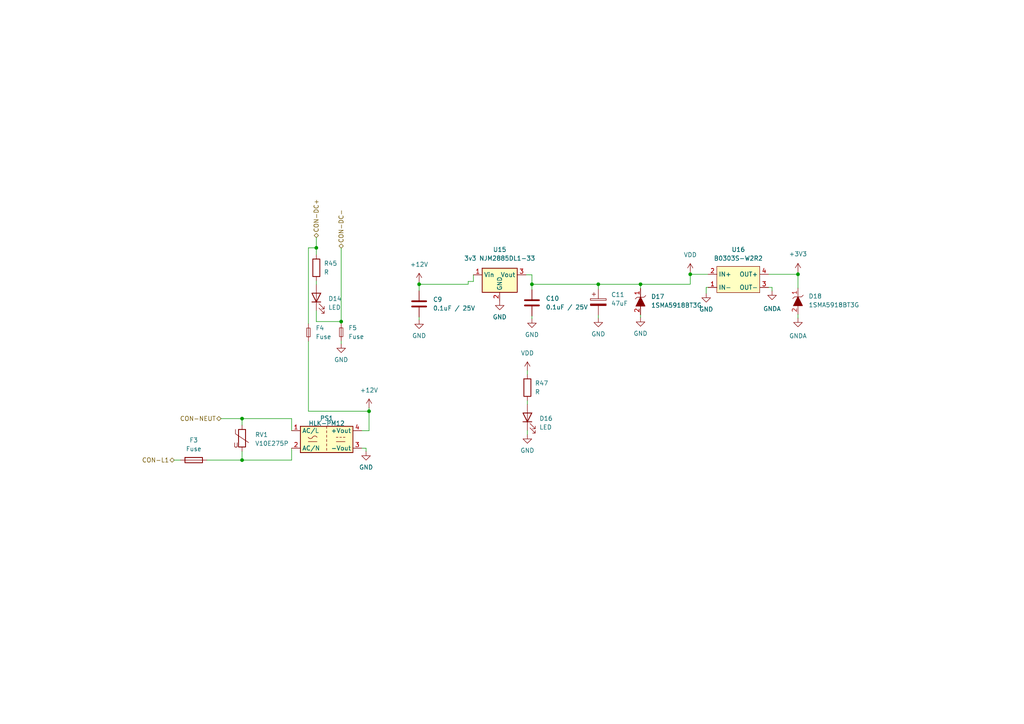
<source format=kicad_sch>
(kicad_sch (version 20230121) (generator eeschema)
  (paper "A4")
  (lib_symbols
    (symbol "Converter_ACDC:HLK-PM12"
      (property "Reference" "PS" (at 0 5.08 0))
      (property "Value" "HLK-PM12" (at 0 -5.08 0))
      (symbol "HLK-PM12_0_1"
        (rectangle (start -7.62 3.81) (end 7.62 -3.81) (stroke (width 0.254)) (fill (type background)))
        (arc (start -5.334 0.635) (mid -4.699 0.2495) (end -4.064 0.635))
        (arc (start -2.794 0.635) (mid -3.429 1.0072) (end -4.064 0.635))
        (polyline (pts (xy -5.334 -0.635) (xy -2.794 -0.635)))
        (polyline (pts (xy 0 -2.54) (xy 0 -3.175)))
        (polyline (pts (xy 0 -1.27) (xy 0 -1.905)))
        (polyline (pts (xy 0 0) (xy 0 -0.635)))
        (polyline (pts (xy 0 1.27) (xy 0 0.635)))
        (polyline (pts (xy 0 2.54) (xy 0 1.905)))
        (polyline (pts (xy 0 3.81) (xy 0 3.175)))
        (polyline (pts (xy 2.794 -0.635) (xy 5.334 -0.635)))
        (polyline (pts (xy 2.794 0.635) (xy 3.302 0.635)))
        (polyline (pts (xy 3.81 0.635) (xy 4.318 0.635)))
        (polyline (pts (xy 4.826 0.635) (xy 5.334 0.635)))
      )
      (symbol "HLK-PM12_1_1"
        (pin power_in line (at -10.16 2.54 0) (length 2.54) (name "AC/L") (number "1"))
        (pin power_in line (at -10.16 -2.54 0) (length 2.54) (name "AC/N") (number "2"))
        (pin power_out line (at 10.16 -2.54 180) (length 2.54) (name "-Vout") (number "3"))
        (pin power_out line (at 10.16 2.54 180) (length 2.54) (name "+Vout") (number "4"))
      )
    )
    (symbol "Device:C" (pin_numbers hide) (pin_names (offset 0.254))
      (property "Reference" "C" (at 0.635 2.54 0))
      (property "Value" "C" (at 0.635 -2.54 0))
      (symbol "C_0_1"
        (polyline (pts (xy -2.032 -0.762) (xy 2.032 -0.762)) (stroke (width 0.508)))
        (polyline (pts (xy -2.032 0.762) (xy 2.032 0.762)) (stroke (width 0.508)))
      )
      (symbol "C_1_1"
        (pin passive line (at 0 3.81 270) (length 2.794) (name "~") (number "1"))
        (pin passive line (at 0 -3.81 90) (length 2.794) (name "~") (number "2"))
      )
    )
    (symbol "Device:C_Polarized" (pin_numbers hide) (pin_names (offset 0.254))
      (property "Reference" "C" (at 0.635 2.54 0))
      (property "Value" "C_Polarized" (at 0.635 -2.54 0))
      (symbol "C_Polarized_0_1"
        (rectangle (start -2.286 0.508) (end 2.286 1.016))
        (polyline (pts (xy -1.778 2.286) (xy -0.762 2.286)))
        (polyline (pts (xy -1.27 2.794) (xy -1.27 1.778)))
        (rectangle (start 2.286 -0.508) (end -2.286 -1.016) (fill (type outline)))
      )
      (symbol "C_Polarized_1_1"
        (pin passive line (at 0 3.81 270) (length 2.794) (name "~") (number "1"))
        (pin passive line (at 0 -3.81 90) (length 2.794) (name "~") (number "2"))
      )
    )
    (symbol "Device:Fuse" (pin_numbers hide) (pin_names (offset 0))
      (property "Reference" "F" (at 2.032 0 90))
      (property "Value" "Fuse" (at -1.905 0 90))
      (symbol "Fuse_0_1"
        (rectangle (start -0.762 -2.54) (end 0.762 2.54) (stroke (width 0.254)))
        (polyline (pts (xy 0 2.54) (xy 0 -2.54)))
      )
      (symbol "Fuse_1_1"
        (pin passive line (at 0 3.81 270) (length 1.27) (name "~") (number "1"))
        (pin passive line (at 0 -3.81 90) (length 1.27) (name "~") (number "2"))
      )
    )
    (symbol "Device:Fuse_Small" (pin_numbers hide) (pin_names (offset 0.254) hide)
      (property "Reference" "F" (at 0 -1.524 0))
      (property "Value" "Fuse_Small" (at 0 1.524 0))
      (symbol "Fuse_Small_0_1"
        (rectangle (start -1.27 0.508) (end 1.27 -0.508))
        (polyline (pts (xy -1.27 0) (xy 1.27 0)))
      )
      (symbol "Fuse_Small_1_1"
        (pin passive line (at -2.54 0 0) (length 1.27) (name "~") (number "1"))
        (pin passive line (at 2.54 0 180) (length 1.27) (name "~") (number "2"))
      )
    )
    (symbol "Device:LED" (pin_numbers hide) (pin_names (offset 1.016) hide)
      (property "Reference" "D" (at 0 2.54 0))
      (property "Value" "LED" (at 0 -2.54 0))
      (symbol "LED_0_1"
        (polyline (pts (xy -1.27 -1.27) (xy -1.27 1.27)) (stroke (width 0.254)))
        (polyline (pts (xy -1.27 0) (xy 1.27 0)))
        (polyline (pts (xy 1.27 -1.27) (xy 1.27 1.27) (xy -1.27 0) (xy 1.27 -1.27)) (stroke (width 0.254)))
        (polyline (pts (xy -3.048 -0.762) (xy -4.572 -2.286) (xy -3.81 -2.286) (xy -4.572 -2.286) (xy -4.572 -1.524)))
        (polyline (pts (xy -1.778 -0.762) (xy -3.302 -2.286) (xy -2.54 -2.286) (xy -3.302 -2.286) (xy -3.302 -1.524)))
      )
      (symbol "LED_1_1"
        (pin passive line (at -3.81 0 0) (length 2.54) (name "K") (number "1"))
        (pin passive line (at 3.81 0 180) (length 2.54) (name "A") (number "2"))
      )
    )
    (symbol "Device:R" (pin_numbers hide) (pin_names (offset 0))
      (property "Reference" "R" (at 2.032 0 90))
      (property "Value" "R" (at 0 0 90))
      (symbol "R_0_1"
        (rectangle (start -1.016 -2.54) (end 1.016 2.54) (stroke (width 0.254)))
      )
      (symbol "R_1_1"
        (pin passive line (at 0 3.81 270) (length 1.27) (name "~") (number "1"))
        (pin passive line (at 0 -3.81 90) (length 1.27) (name "~") (number "2"))
      )
    )
    (symbol "Device:Varistor" (pin_numbers hide) (pin_names (offset 0))
      (property "Reference" "RV" (at 3.175 0 90))
      (property "Value" "Varistor" (at -3.175 0 90))
      (symbol "Varistor_0_0"
        (text "U" (at -1.778 -2.032 0) (effects (font (size 1.27 1.27))))
      )
      (symbol "Varistor_0_1"
        (rectangle (start -1.016 -2.54) (end 1.016 2.54) (stroke (width 0.254)))
        (polyline (pts (xy -1.905 2.54) (xy -1.905 1.27) (xy 1.905 -1.27)))
      )
      (symbol "Varistor_1_1"
        (pin passive line (at 0 3.81 270) (length 1.27) (name "~") (number "1"))
        (pin passive line (at 0 -3.81 90) (length 1.27) (name "~") (number "2"))
      )
    )
    (symbol "nuevos simvolos:1SMA5918BT3G"
      (property "Reference" "D" (at 0 -2.54 0))
      (property "Value" "1SMA5918BT3G" (at 0 -4.064 0))
      (symbol "1SMA5918BT3G_0_1"
        (polyline (pts (xy -0.762 -1.524) (xy -1.27 -1.016) (xy -1.27 1.016) (xy -1.778 1.524)))
        (polyline (pts (xy 1.27 -1.27) (xy 1.27 1.27) (xy -1.27 0) (xy 1.27 -1.27)) (stroke (width 0.254)) (fill (type outline)))
      )
      (symbol "1SMA5918BT3G_1_1"
        (pin passive line (at -3.81 0 0) (length 2.54) (name "") (number "1"))
        (pin passive line (at 3.81 0 180) (length 2.54) (name "") (number "2"))
      )
    )
    (symbol "nuevos simvolos:3v3 NJM2885DL1-33"
      (property "Reference" "U" (at 0 6.096 0))
      (property "Value" "3v3 NJM2885DL1-33" (at 0 4.572 0))
      (symbol "3v3 NJM2885DL1-33_0_1"
        (rectangle (start -5.08 3.683) (end 5.08 -3.302) (stroke (width 0.254)) (fill (type background)))
      )
      (symbol "3v3 NJM2885DL1-33_1_1"
        (pin power_in line (at -7.62 1.778 0) (length 2.54) (name "Vin") (number "1"))
        (pin power_out line (at 0 -5.842 90) (length 2.54) (name "GND") (number "2"))
        (pin power_out line (at 7.62 1.778 180) (length 2.54) (name "Vout") (number "3"))
      )
    )
    (symbol "nuevos simvolos:B0505S-W2R2"
      (property "Reference" "U" (at 0 6.604 0))
      (property "Value" "B0505S-W2R2" (at 0 4.9784 0))
      (symbol "B0505S-W2R2_0_1"
        (rectangle (start -6.35 4.064) (end 6.096 -3.556) (fill (type background)))
      )
      (symbol "B0505S-W2R2_1_1"
        (pin output line (at -8.89 -2.032 0) (length 2.54) (name "IN-") (number "1"))
        (pin input line (at -8.89 1.778 0) (length 2.54) (name "IN+") (number "2"))
        (pin output line (at 8.636 -2.032 180) (length 2.54) (name "OUT-") (number "3"))
        (pin output line (at 8.636 1.778 180) (length 2.54) (name "OUT+") (number "4"))
      )
    )
    (symbol "power:+12V" (power) (pin_names (offset 0))
      (property "Value" "+12V" (at 0 3.556 0))
      (symbol "+12V_0_1"
        (polyline (pts (xy -0.762 1.27) (xy 0 2.54)))
        (polyline (pts (xy 0 0) (xy 0 2.54)))
        (polyline (pts (xy 0 2.54) (xy 0.762 1.27)))
      )
      (symbol "+12V_1_1"
        (pin power_in line (at 0 0 90) (length 0) hide (name "+12V") (number "1"))
      )
    )
    (symbol "power:+3V3" (power) (pin_names (offset 0))
      (property "Value" "+3V3" (at 0 3.556 0))
      (symbol "+3V3_0_1"
        (polyline (pts (xy -0.762 1.27) (xy 0 2.54)))
        (polyline (pts (xy 0 0) (xy 0 2.54)))
        (polyline (pts (xy 0 2.54) (xy 0.762 1.27)))
      )
      (symbol "+3V3_1_1"
        (pin power_in line (at 0 0 90) (length 0) hide (name "+3V3") (number "1"))
      )
    )
    (symbol "power:GND" (power) (pin_names (offset 0))
      (property "Value" "GND" (at 0 -3.81 0))
      (symbol "GND_0_1"
        (polyline (pts (xy 0 0) (xy 0 -1.27) (xy 1.27 -1.27) (xy 0 -2.54) (xy -1.27 -1.27) (xy 0 -1.27)))
      )
      (symbol "GND_1_1"
        (pin power_in line (at 0 0 270) (length 0) hide (name "GND") (number "1"))
      )
    )
    (symbol "power:GNDA" (power) (pin_names (offset 0))
      (property "Value" "GNDA" (at 0 -3.81 0))
      (symbol "GNDA_0_1"
        (polyline (pts (xy 0 0) (xy 0 -1.27) (xy 1.27 -1.27) (xy 0 -2.54) (xy -1.27 -1.27) (xy 0 -1.27)))
      )
      (symbol "GNDA_1_1"
        (pin power_in line (at 0 0 270) (length 0) hide (name "GNDA") (number "1"))
      )
    )
    (symbol "power:VDD" (power) (pin_names (offset 0))
      (property "Value" "VDD" (at 0 3.81 0))
      (symbol "VDD_0_1"
        (polyline (pts (xy -0.762 1.27) (xy 0 2.54)))
        (polyline (pts (xy 0 0) (xy 0 2.54)))
        (polyline (pts (xy 0 2.54) (xy 0.762 1.27)))
      )
      (symbol "VDD_1_1"
        (pin power_in line (at 0 0 90) (length 0) hide (name "VDD") (number "1"))
      )
    )
  )
  (junction (at 121.5644 82.4484))
  (junction (at 154.2796 82.4484))
  (junction (at 185.7756 82.4484))
  (junction (at 70.2056 121.412))
  (junction (at 70.2056 133.4516))
  (junction (at 107.0356 119.2784))
  (junction (at 231.4448 79.5528))
  (junction (at 91.7448 71.882))
  (junction (at 200.2028 79.5528))
  (junction (at 98.9584 93.2688))
  (junction (at 173.5328 82.4484))
  (wire (pts (xy 135.7884 81.6356) (xy 135.7884 82.4484)))
  (wire (pts (xy 154.2796 82.4484) (xy 173.5328 82.4484)))
  (wire (pts (xy 200.2028 82.4484) (xy 200.2028 79.5528)))
  (wire (pts (xy 231.4448 78.9432) (xy 231.4448 79.5528)))
  (wire (pts (xy 70.2056 121.412) (xy 84.582 121.412)))
  (wire (pts (xy 89.4588 98.9584) (xy 89.4588 119.2784)))
  (wire (pts (xy 185.7756 82.4484) (xy 185.7756 83.6676)))
  (wire (pts (xy 70.2056 123.2916) (xy 70.2056 121.412)))
  (wire (pts (xy 222.9104 83.3628) (xy 223.9264 83.3628)))
  (wire (pts (xy 173.5328 91.44) (xy 173.5328 92.2528)))
  (wire (pts (xy 154.2796 79.7052) (xy 154.2796 82.4484)))
  (wire (pts (xy 70.2056 130.9116) (xy 70.2056 133.4516)))
  (wire (pts (xy 84.582 133.4516) (xy 84.582 129.9972)))
  (wire (pts (xy 107.0356 124.9172) (xy 104.902 124.9172)))
  (wire (pts (xy 98.9584 93.2688) (xy 98.9584 93.8276)))
  (wire (pts (xy 173.5328 82.4484) (xy 185.7756 82.4484)))
  (wire (pts (xy 121.5644 91.948) (xy 121.5644 92.7608)))
  (wire (pts (xy 185.7756 82.4484) (xy 200.2028 82.4484)))
  (wire (pts (xy 91.7448 93.2688) (xy 91.7448 90.1192)))
  (wire (pts (xy 50.546 133.4516) (xy 52.3748 133.4516)))
  (wire (pts (xy 104.902 129.9972) (xy 106.172 129.9972)))
  (wire (pts (xy 91.7448 81.4832) (xy 91.7448 82.4992)))
  (wire (pts (xy 84.582 121.412) (xy 84.582 124.9172)))
  (wire (pts (xy 91.7448 68.9356) (xy 91.7448 71.882)))
  (wire (pts (xy 154.2796 91.6432) (xy 154.2796 92.456)))
  (wire (pts (xy 200.2028 79.5528) (xy 205.3844 79.5528)))
  (wire (pts (xy 137.3124 79.7052) (xy 137.3124 81.6356)))
  (wire (pts (xy 107.0356 118.2624) (xy 107.0356 119.2784)))
  (wire (pts (xy 89.4588 71.882) (xy 91.7448 71.882)))
  (wire (pts (xy 152.9588 107.4928) (xy 152.9588 108.6104)))
  (wire (pts (xy 185.7756 91.2876) (xy 185.7756 92.1004)))
  (wire (pts (xy 231.4448 91.186) (xy 231.4448 92.2528)))
  (wire (pts (xy 59.9948 133.4516) (xy 70.2056 133.4516)))
  (wire (pts (xy 137.3124 81.6356) (xy 135.7884 81.6356)))
  (wire (pts (xy 106.172 129.9972) (xy 106.172 130.9116)))
  (wire (pts (xy 152.9588 116.2304) (xy 152.9588 117.2464)))
  (wire (pts (xy 70.2056 133.4516) (xy 84.582 133.4516)))
  (wire (pts (xy 89.4588 119.2784) (xy 107.0356 119.2784)))
  (wire (pts (xy 98.9584 98.9076) (xy 98.9584 99.7204)))
  (wire (pts (xy 223.9264 83.3628) (xy 223.9264 84.3788)))
  (wire (pts (xy 231.4448 79.5528) (xy 231.4448 83.566)))
  (wire (pts (xy 64.1096 121.412) (xy 70.2056 121.412)))
  (wire (pts (xy 152.9588 124.8664) (xy 152.9588 126.0348)))
  (wire (pts (xy 91.7448 71.882) (xy 91.7448 73.8632)))
  (wire (pts (xy 89.4588 93.8784) (xy 89.4588 71.882)))
  (wire (pts (xy 107.0356 119.2784) (xy 107.0356 124.9172)))
  (wire (pts (xy 173.5328 82.4484) (xy 173.5328 83.82)))
  (wire (pts (xy 135.7884 82.4484) (xy 121.5644 82.4484)))
  (wire (pts (xy 98.9584 71.9836) (xy 98.9584 93.2688)))
  (wire (pts (xy 152.5524 79.7052) (xy 154.2796 79.7052)))
  (wire (pts (xy 121.5644 82.4484) (xy 121.5644 84.328)))
  (wire (pts (xy 98.9584 93.2688) (xy 91.7448 93.2688)))
  (wire (pts (xy 204.8256 85.09) (xy 204.8256 83.3628)))
  (wire (pts (xy 121.5644 81.788) (xy 121.5644 82.4484)))
  (wire (pts (xy 222.9104 79.5528) (xy 231.4448 79.5528)))
  (wire (pts (xy 204.8256 83.3628) (xy 205.3844 83.3628)))
  (wire (pts (xy 200.2028 78.994) (xy 200.2028 79.5528)))
  (wire (pts (xy 154.2796 82.4484) (xy 154.2796 84.0232)))
  (hierarchical_label "CON-NEUT" (shape bidirectional) (at 64.1096 121.412 180))
  (hierarchical_label "CON-L1" (shape bidirectional) (at 50.546 133.4516 180))
  (hierarchical_label "CON-DC-" (shape bidirectional) (at 98.9584 71.9836 90))
  (hierarchical_label "CON-DC+" (shape bidirectional) (at 91.7448 68.9356 90))
  (symbol (lib_id "Device:Fuse") (at 56.1848 133.4516 270) (unit 1)
    (property "Reference" "F3" (at 56.1848 127.6604 90))
    (property "Value" "Fuse" (at 56.1848 130.2004 90))
    (property "Footprint" "Fuse:Fuseholder_Cylinder-5x20mm_Schurter_0031_8201_Horizontal_Open" (effects hide))
  )
  (symbol (lib_id "nuevos simvolos:1SMA5918BT3G") (at 185.7756 87.4776 270) (unit 1)
    (property "Reference" "D17" (at 188.8236 86.017 90) (effects (justify left)))
    (property "Value" "1SMA5918BT3G" (at 188.8236 88.557 90) (effects (justify left)))
    (property "Footprint" "Diode_SMD:D_SMB" (effects hide))
    (property "Datasheet" "https://www.mouser.com/datasheet/2/308/1SMA5913BT3_D-2309368.pdf" (effects hide))
  )
  (symbol (lib_id "power:+12V") (at 107.0356 118.2624 0) (unit 1)
    (property "Reference" "#PWR0171" (effects hide))
    (property "Value" "+12V" (at 107.0356 113.1824 0))
  )
  (symbol (lib_id "power:GND") (at 204.8256 85.09 0) (unit 1)
    (property "Reference" "#PWR0163" (effects hide))
    (property "Value" "GND" (at 204.8256 89.7128 0))
  )
  (symbol (lib_id "Device:R") (at 152.9588 112.4204 0) (unit 1)
    (property "Reference" "R47" (at 155.1432 111.1503 0) (effects (justify left)))
    (property "Value" "R" (at 155.1432 113.6903 0) (effects (justify left)))
    (property "Footprint" "Resistor_SMD:R_0805_2012Metric" (effects hide))
  )
  (symbol (lib_id "power:GND") (at 152.9588 126.0348 0) (unit 1)
    (property "Reference" "#PWR0155" (effects hide))
    (property "Value" "GND" (at 152.9588 130.6576 0))
  )
  (symbol (lib_id "Device:LED") (at 152.9588 121.0564 90) (unit 1)
    (property "Reference" "D16" (at 156.4132 121.3738 90) (effects (justify right)))
    (property "Value" "LED" (at 156.4132 123.9138 90) (effects (justify right)))
    (property "Footprint" "LED_SMD:LED_0805_2012Metric" (effects hide))
  )
  (symbol (lib_id "power:VDD") (at 200.2028 78.994 0) (unit 1)
    (property "Reference" "#PWR0133" (effects hide))
    (property "Value" "VDD" (at 200.2028 73.914 0))
  )
  (symbol (lib_id "Converter_ACDC:HLK-PM12") (at 94.742 127.4572 0) (unit 1)
    (property "Reference" "PS1" (at 94.742 121.3104 0))
    (property "Value" "HLK-PM12" (at 94.742 122.7836 0))
    (property "Footprint" "Converter_ACDC:Converter_ACDC_HiLink_HLK-PMxx" (effects hide))
    (property "Datasheet" "http://www.hlktech.net/product_detail.php?ProId=56" (effects hide))
  )
  (symbol (lib_id "Device:R") (at 91.7448 77.6732 0) (unit 1)
    (property "Reference" "R45" (at 93.9292 76.4031 0) (effects (justify left)))
    (property "Value" "R" (at 93.9292 78.9431 0) (effects (justify left)))
    (property "Footprint" "Resistor_SMD:R_0805_2012Metric" (effects hide))
  )
  (symbol (lib_id "power:VDD") (at 152.9588 107.4928 0) (unit 1)
    (property "Reference" "#PWR0103" (effects hide))
    (property "Value" "VDD" (at 152.9588 102.4128 0))
  )
  (symbol (lib_id "Device:Varistor") (at 70.2056 127.1016 0) (unit 1)
    (property "Reference" "RV1" (at 73.9648 126.0847 0) (effects (justify left)))
    (property "Value" "V10E275P" (at 73.9648 128.6247 0) (effects (justify left)))
    (property "Footprint" "varistor:VAR_B72210S1140K501" (effects hide))
  )
  (symbol (lib_id "nuevos simvolos:1SMA5918BT3G") (at 231.4448 87.376 270) (unit 1)
    (property "Reference" "D18" (at 234.4928 85.9154 90) (effects (justify left)))
    (property "Value" "1SMA5918BT3G" (at 234.4928 88.4554 90) (effects (justify left)))
    (property "Footprint" "Diode_SMD:D_SMB" (effects hide))
    (property "Datasheet" "https://www.mouser.com/datasheet/2/308/1SMA5913BT3_D-2309368.pdf" (effects hide))
  )
  (symbol (lib_id "power:GND") (at 185.7756 92.1004 0) (unit 1)
    (property "Reference" "#PWR0165" (effects hide))
    (property "Value" "GND" (at 185.7756 96.7232 0))
  )
  (symbol (lib_id "power:GND") (at 154.2796 92.456 0) (unit 1)
    (property "Reference" "#PWR0154" (effects hide))
    (property "Value" "GND" (at 154.2796 97.0788 0))
  )
  (symbol (lib_id "power:GNDA") (at 223.9264 84.3788 0) (unit 1)
    (property "Reference" "#PWR0169" (effects hide))
    (property "Value" "GNDA" (at 223.9264 89.5604 0))
  )
  (symbol (lib_id "power:GND") (at 144.9324 87.3252 0) (unit 1)
    (property "Reference" "#PWR0153" (effects hide))
    (property "Value" "GND" (at 144.9324 91.948 0))
  )
  (symbol (lib_id "Device:LED") (at 91.7448 86.3092 90) (unit 1)
    (property "Reference" "D14" (at 95.1992 86.6266 90) (effects (justify right)))
    (property "Value" "LED" (at 95.1992 89.1666 90) (effects (justify right)))
    (property "Footprint" "LED_SMD:LED_0805_2012Metric" (effects hide))
  )
  (symbol (lib_id "Device:C") (at 154.2796 87.8332 0) (unit 1)
    (property "Reference" "C10" (at 158.2928 86.5631 0) (effects (justify left)))
    (property "Value" "0.1uF / 25V" (at 158.2928 89.1031 0) (effects (justify left)))
    (property "Footprint" "Capacitor_SMD:C_0805_2012Metric" (effects hide))
  )
  (symbol (lib_id "power:GND") (at 106.172 130.9116 0) (unit 1)
    (property "Reference" "#PWR0170" (effects hide))
    (property "Value" "GND" (at 106.172 135.5344 0))
  )
  (symbol (lib_id "nuevos simvolos:3v3 NJM2885DL1-33") (at 144.9324 81.4832 0) (unit 1)
    (property "Reference" "U15" (at 144.9324 72.39 0))
    (property "Value" "3v3 NJM2885DL1-33" (at 144.9324 74.93 0))
    (property "Footprint" "Package_TO_SOT_SMD:TO-252-2" (effects hide))
    (property "Datasheet" "https://www.snapeda.com/parts/NJM2885DL1-33-TE1/NJR/datasheet/" (effects hide))
  )
  (symbol (lib_id "power:+12V") (at 121.5644 81.788 0) (unit 1)
    (property "Reference" "#PWR0157" (effects hide))
    (property "Value" "+12V" (at 121.5644 76.708 0))
  )
  (symbol (lib_id "power:GNDA") (at 231.4448 92.2528 0) (unit 1)
    (property "Reference" "#PWR0167" (effects hide))
    (property "Value" "GNDA" (at 231.4448 97.4344 0))
  )
  (symbol (lib_id "power:GND") (at 121.5644 92.7608 0) (unit 1)
    (property "Reference" "#PWR0158" (effects hide))
    (property "Value" "GND" (at 121.5644 97.3836 0))
  )
  (symbol (lib_id "power:GND") (at 98.9584 99.7204 0) (unit 1)
    (property "Reference" "#PWR0172" (effects hide))
    (property "Value" "GND" (at 98.9584 104.3432 0))
  )
  (symbol (lib_id "nuevos simvolos:B0505S-W2R2") (at 214.2744 81.3308 0) (unit 1)
    (property "Reference" "U16" (at 214.1474 72.39 0))
    (property "Value" "B0303S-W2R2" (at 214.1474 74.93 0))
    (property "Footprint" "B0505S-1WR2:CONV_B0505S-1WR2" (effects hide))
    (property "Datasheet" "https://www.mouser.com/datasheet/2/942/SF_IB-1508439.pdf" (effects hide))
  )
  (symbol (lib_id "power:GND") (at 173.5328 92.2528 0) (unit 1)
    (property "Reference" "#PWR0164" (effects hide))
    (property "Value" "GND" (at 173.5328 96.8756 0))
  )
  (symbol (lib_id "power:+3V3") (at 231.4448 78.9432 0) (unit 1)
    (property "Reference" "#PWR0102" (effects hide))
    (property "Value" "+3V3" (at 231.4448 73.66 0))
  )
  (symbol (lib_id "Device:Fuse_Small") (at 98.9584 96.3676 90) (unit 1)
    (property "Reference" "F5" (at 101.0412 95.0975 90) (effects (justify right)))
    (property "Value" "Fuse" (at 101.0412 97.6375 90) (effects (justify right)))
    (property "Footprint" "Nueva carpeta:RESC3115X65N" (effects hide))
  )
  (symbol (lib_id "Device:Fuse_Small") (at 89.4588 96.4184 90) (unit 1)
    (property "Reference" "F4" (at 91.5416 95.1483 90) (effects (justify right)))
    (property "Value" "Fuse" (at 91.5416 97.6883 90) (effects (justify right)))
    (property "Footprint" "Nueva carpeta:RESC3115X65N" (effects hide))
  )
  (symbol (lib_id "Device:C_Polarized") (at 173.5328 87.63 0) (unit 1)
    (property "Reference" "C11" (at 177.2412 85.4709 0) (effects (justify left)))
    (property "Value" "47uF" (at 177.2412 88.0109 0) (effects (justify left)))
    (property "Footprint" "Capacitor_SMD:CP_Elec_6.3x5.7" (effects hide))
  )
  (symbol (lib_id "Device:C") (at 121.5644 88.138 0) (unit 1)
    (property "Reference" "C9" (at 125.5776 86.8679 0) (effects (justify left)))
    (property "Value" "0.1uF / 25V" (at 125.5776 89.4079 0) (effects (justify left)))
    (property "Footprint" "Capacitor_SMD:C_0805_2012Metric" (effects hide))
  )
)
</source>
